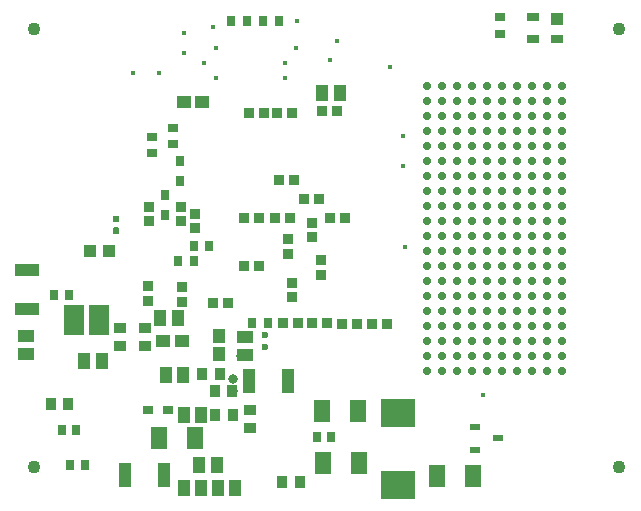
<source format=gbs>
G04*
G04 #@! TF.GenerationSoftware,Altium Limited,Altium Designer,25.6.2 (33)*
G04*
G04 Layer_Color=16711935*
%FSLAX25Y25*%
%MOIN*%
G70*
G04*
G04 #@! TF.SameCoordinates,D3077B53-F130-49B9-AE0B-FC42BD5CCE1B*
G04*
G04*
G04 #@! TF.FilePolarity,Negative*
G04*
G01*
G75*
%ADD18R,0.03543X0.03150*%
%ADD19R,0.03543X0.03150*%
%ADD23R,0.03197X0.02593*%
%ADD24R,0.02593X0.03197*%
%ADD31R,0.04331X0.08071*%
%ADD32R,0.08071X0.04331*%
%ADD38R,0.05142X0.04166*%
%ADD48R,0.03943X0.04337*%
%ADD50R,0.05518X0.04337*%
%ADD51R,0.03353X0.03747*%
%ADD52R,0.04337X0.05518*%
%ADD53R,0.03747X0.03353*%
%ADD54R,0.03550X0.04337*%
%ADD56R,0.02762X0.03550*%
%ADD58C,0.04337*%
%ADD59C,0.02362*%
%ADD60C,0.01778*%
%ADD61C,0.03162*%
%ADD75R,0.02953X0.03543*%
%ADD76R,0.03150X0.03543*%
%ADD77R,0.03740X0.02205*%
%ADD78R,0.06704X0.10261*%
%ADD79R,0.11417X0.09449*%
%ADD82R,0.04166X0.05142*%
%ADD84R,0.02362X0.01968*%
%ADD85C,0.02920*%
%ADD86R,0.04337X0.04337*%
%ADD87R,0.04337X0.02762*%
%ADD88R,0.05321X0.07487*%
%ADD89R,0.04337X0.03550*%
D18*
X166546Y130900D02*
D03*
X159853D02*
D03*
D19*
X277300Y256147D02*
D03*
Y262053D02*
D03*
D23*
X161285Y221822D02*
D03*
X168191Y219545D02*
D03*
X161285Y216493D02*
D03*
X168191Y224874D02*
D03*
D24*
X198136Y260700D02*
D03*
X193064D02*
D03*
X203464D02*
D03*
X187736D02*
D03*
D31*
X152304Y109265D02*
D03*
X206696Y140500D02*
D03*
X165296Y109265D02*
D03*
X193704Y140500D02*
D03*
D32*
X119700Y177696D02*
D03*
Y164704D02*
D03*
D38*
X171952Y233506D02*
D03*
X171155Y154000D02*
D03*
X178063Y233506D02*
D03*
X165045Y154000D02*
D03*
D48*
X140522Y183951D02*
D03*
X146821D02*
D03*
D50*
X192300Y155153D02*
D03*
X119300Y149747D02*
D03*
Y155653D02*
D03*
X192300Y149247D02*
D03*
D51*
X203500Y207500D02*
D03*
X224539Y159500D02*
D03*
X234539D02*
D03*
X207311Y195000D02*
D03*
X211839Y201299D02*
D03*
X222961Y230500D02*
D03*
X209961Y160000D02*
D03*
X192039Y179000D02*
D03*
X181539Y166500D02*
D03*
X192039Y195000D02*
D03*
X198461Y230000D02*
D03*
X225461Y195000D02*
D03*
X203039Y230000D02*
D03*
X219461Y160000D02*
D03*
X196961Y195000D02*
D03*
X202390D02*
D03*
X218039Y230500D02*
D03*
X193539Y230000D02*
D03*
X216760Y201299D02*
D03*
X229461Y159500D02*
D03*
X239461D02*
D03*
X205039Y160000D02*
D03*
X196961Y179000D02*
D03*
X186461Y166500D02*
D03*
X207961Y230000D02*
D03*
X220539Y195000D02*
D03*
X214539Y160000D02*
D03*
X208421Y207500D02*
D03*
D52*
X223953Y236500D02*
D03*
X183147Y105000D02*
D03*
X176916Y112700D02*
D03*
X177653Y105000D02*
D03*
X171747Y129200D02*
D03*
X165747Y142800D02*
D03*
X169753Y161500D02*
D03*
X138732Y147453D02*
D03*
X171747Y105000D02*
D03*
X177653Y129200D02*
D03*
X218047Y236500D02*
D03*
X163847Y161500D02*
D03*
X144638Y147453D02*
D03*
X189053Y105000D02*
D03*
X182821Y112700D02*
D03*
X171653Y142800D02*
D03*
D53*
X159809Y167305D02*
D03*
X171239Y167071D02*
D03*
X206500Y187961D02*
D03*
X208000Y168539D02*
D03*
X217500Y176039D02*
D03*
X170759Y193826D02*
D03*
X160236Y193839D02*
D03*
X175500Y191539D02*
D03*
X214500Y193461D02*
D03*
Y188539D02*
D03*
X170759Y198747D02*
D03*
X160236Y198760D02*
D03*
X159809Y172226D02*
D03*
X171239Y171993D02*
D03*
X175500Y196461D02*
D03*
X217500Y180961D02*
D03*
X208000Y173461D02*
D03*
X206500Y183039D02*
D03*
D54*
X210441Y107100D02*
D03*
X182247Y129200D02*
D03*
X182147Y137200D02*
D03*
X127447Y133000D02*
D03*
X177847Y142900D02*
D03*
X204535Y107100D02*
D03*
X188153Y129200D02*
D03*
X188053Y137200D02*
D03*
X183753Y142900D02*
D03*
X133353Y133000D02*
D03*
D56*
X128441Y169300D02*
D03*
X133559D02*
D03*
X175126Y180551D02*
D03*
X180401Y185551D02*
D03*
X199859Y160000D02*
D03*
X194741D02*
D03*
X175283Y185551D02*
D03*
X170008Y180551D02*
D03*
D58*
X122000Y112000D02*
D03*
Y258000D02*
D03*
X317000Y112000D02*
D03*
Y258000D02*
D03*
D59*
X198991Y152016D02*
D03*
Y155953D02*
D03*
D60*
X268000Y239000D02*
D03*
X288000Y159000D02*
D03*
X268000D02*
D03*
Y154000D02*
D03*
X298000Y234000D02*
D03*
X209146Y251724D02*
D03*
X220500Y247500D02*
D03*
X288000Y239000D02*
D03*
X293000Y159000D02*
D03*
X253000Y234000D02*
D03*
X268000D02*
D03*
X293000Y239000D02*
D03*
X198354Y260800D02*
D03*
X283000Y239000D02*
D03*
X298000D02*
D03*
X192947Y260800D02*
D03*
X283000Y234000D02*
D03*
X205476Y241724D02*
D03*
X240700Y245400D02*
D03*
X182476Y251724D02*
D03*
Y241724D02*
D03*
X133602Y169528D02*
D03*
X214299Y188701D02*
D03*
X273000Y239000D02*
D03*
X278000D02*
D03*
X177900Y129200D02*
D03*
X223064Y253900D02*
D03*
X154936Y243375D02*
D03*
X245000Y222461D02*
D03*
Y212461D02*
D03*
X245500Y185461D02*
D03*
X177900Y142943D02*
D03*
X258000Y229000D02*
D03*
X253000D02*
D03*
X258000Y224000D02*
D03*
X253000D02*
D03*
X258000Y219000D02*
D03*
X253000D02*
D03*
X172064Y250100D02*
D03*
X178476Y246724D02*
D03*
X205476D02*
D03*
X172064Y256800D02*
D03*
X263000Y229000D02*
D03*
X283000D02*
D03*
Y214000D02*
D03*
X278000D02*
D03*
X298000Y229000D02*
D03*
Y224000D02*
D03*
Y219000D02*
D03*
X288000D02*
D03*
X293000Y229000D02*
D03*
Y224000D02*
D03*
Y219000D02*
D03*
Y214000D02*
D03*
X288000Y229000D02*
D03*
Y214000D02*
D03*
Y224000D02*
D03*
X298000Y214000D02*
D03*
X263000Y224000D02*
D03*
X268000D02*
D03*
Y219000D02*
D03*
Y214000D02*
D03*
X263000Y219000D02*
D03*
X278000Y224000D02*
D03*
X273000D02*
D03*
Y219000D02*
D03*
Y214000D02*
D03*
X278000Y219000D02*
D03*
X258000Y234000D02*
D03*
X263000D02*
D03*
X273000D02*
D03*
X278000D02*
D03*
X288000D02*
D03*
X293000D02*
D03*
X149391Y194584D02*
D03*
X149388Y191437D02*
D03*
X163500Y243275D02*
D03*
X258000Y239000D02*
D03*
X253000D02*
D03*
X263000D02*
D03*
X271500Y136000D02*
D03*
X253000Y214000D02*
D03*
X258000D02*
D03*
X283000Y209000D02*
D03*
X288000D02*
D03*
X273000D02*
D03*
X278000D02*
D03*
X263000D02*
D03*
X268000D02*
D03*
X253000D02*
D03*
X258000D02*
D03*
X273000Y204000D02*
D03*
X278000D02*
D03*
X263000D02*
D03*
X268000D02*
D03*
X253000D02*
D03*
X258000D02*
D03*
X293000Y199000D02*
D03*
X298000D02*
D03*
X283000D02*
D03*
X288000D02*
D03*
X253000D02*
D03*
X258000D02*
D03*
X293000Y194000D02*
D03*
X298000D02*
D03*
X283000D02*
D03*
X288000D02*
D03*
X273000D02*
D03*
X278000D02*
D03*
X263000D02*
D03*
X268000D02*
D03*
X253000D02*
D03*
X258000D02*
D03*
X293000Y189000D02*
D03*
X298000D02*
D03*
X283000D02*
D03*
X288000D02*
D03*
X273000D02*
D03*
X278000D02*
D03*
X268000D02*
D03*
X263000Y214000D02*
D03*
Y189000D02*
D03*
X253000D02*
D03*
X258000D02*
D03*
X293000Y184000D02*
D03*
X298000D02*
D03*
X283000D02*
D03*
X288000D02*
D03*
X273000D02*
D03*
X278000D02*
D03*
X263000D02*
D03*
X268000D02*
D03*
X253000D02*
D03*
X258000D02*
D03*
X293000Y179000D02*
D03*
X298000D02*
D03*
X283000D02*
D03*
X288000D02*
D03*
X273000D02*
D03*
X278000D02*
D03*
X263000D02*
D03*
X268000D02*
D03*
X253000D02*
D03*
X258000D02*
D03*
X298000Y174000D02*
D03*
X293000D02*
D03*
X288000D02*
D03*
X263000D02*
D03*
X268000D02*
D03*
X253000D02*
D03*
X258000D02*
D03*
X298000Y169000D02*
D03*
X293000D02*
D03*
X283000D02*
D03*
X288000D02*
D03*
X273000D02*
D03*
X278000D02*
D03*
X263000D02*
D03*
X268000D02*
D03*
X253000D02*
D03*
X258000D02*
D03*
X293000Y164000D02*
D03*
X298000D02*
D03*
X283000D02*
D03*
X288000D02*
D03*
X268000D02*
D03*
X273000D02*
D03*
X258000D02*
D03*
X263000D02*
D03*
X298000Y159000D02*
D03*
X253000Y164000D02*
D03*
X278000Y159000D02*
D03*
X283000D02*
D03*
X273000D02*
D03*
X258000D02*
D03*
X263000D02*
D03*
X298000Y154000D02*
D03*
X253000Y159000D02*
D03*
X288000Y154000D02*
D03*
X293000D02*
D03*
X278000D02*
D03*
X283000D02*
D03*
X273000D02*
D03*
X258000D02*
D03*
X263000D02*
D03*
X253000D02*
D03*
X181700Y258600D02*
D03*
X209541Y260800D02*
D03*
X194741Y160000D02*
D03*
D61*
X191025Y148979D02*
D03*
X188200Y141300D02*
D03*
X188300Y137400D02*
D03*
X178063Y233506D02*
D03*
X188333Y129516D02*
D03*
D75*
X131171Y124216D02*
D03*
X134038Y112500D02*
D03*
X220962Y121900D02*
D03*
X138762Y112500D02*
D03*
X135895Y124216D02*
D03*
X216238Y121900D02*
D03*
D76*
X165472Y195884D02*
D03*
X170414Y214094D02*
D03*
Y207402D02*
D03*
X165472Y202577D02*
D03*
D77*
X268761Y125240D02*
D03*
Y117760D02*
D03*
X276439Y121500D02*
D03*
D78*
X135264Y161000D02*
D03*
X143536D02*
D03*
D79*
X243300Y130108D02*
D03*
Y106092D02*
D03*
D82*
X183600Y155655D02*
D03*
Y149545D02*
D03*
D84*
X149400Y194668D02*
D03*
Y190732D02*
D03*
D85*
X268000Y149000D02*
D03*
X258000D02*
D03*
X263000D02*
D03*
X253000D02*
D03*
X283000D02*
D03*
X273000D02*
D03*
X278000D02*
D03*
X288000D02*
D03*
X298000D02*
D03*
X293000D02*
D03*
X288000Y239000D02*
D03*
X298000Y234000D02*
D03*
X283000Y239000D02*
D03*
X253000Y154000D02*
D03*
X263000D02*
D03*
X258000D02*
D03*
X273000D02*
D03*
X268000D02*
D03*
X283000D02*
D03*
X278000D02*
D03*
X293000D02*
D03*
X288000D02*
D03*
X253000Y159000D02*
D03*
X298000Y154000D02*
D03*
X263000Y159000D02*
D03*
X258000D02*
D03*
X273000D02*
D03*
X268000D02*
D03*
X283000D02*
D03*
X278000D02*
D03*
X288000D02*
D03*
X293000D02*
D03*
X253000Y164000D02*
D03*
X298000Y159000D02*
D03*
X263000Y164000D02*
D03*
X258000D02*
D03*
X273000D02*
D03*
X268000D02*
D03*
X278000D02*
D03*
X288000D02*
D03*
X283000D02*
D03*
X298000D02*
D03*
X293000D02*
D03*
X258000Y169000D02*
D03*
X253000D02*
D03*
X268000D02*
D03*
X263000D02*
D03*
X278000D02*
D03*
X273000D02*
D03*
X288000D02*
D03*
X283000D02*
D03*
X293000D02*
D03*
X298000D02*
D03*
X258000Y174000D02*
D03*
X253000D02*
D03*
X268000D02*
D03*
X263000D02*
D03*
X278000D02*
D03*
X273000D02*
D03*
X288000D02*
D03*
X283000D02*
D03*
X293000D02*
D03*
X298000D02*
D03*
X258000Y179000D02*
D03*
X253000D02*
D03*
X268000D02*
D03*
X263000D02*
D03*
X278000D02*
D03*
X273000D02*
D03*
X288000D02*
D03*
X283000D02*
D03*
X298000D02*
D03*
X293000D02*
D03*
X258000Y184000D02*
D03*
X253000D02*
D03*
X268000D02*
D03*
X263000D02*
D03*
X278000D02*
D03*
X273000D02*
D03*
X288000D02*
D03*
X283000D02*
D03*
X298000D02*
D03*
X293000D02*
D03*
X258000Y189000D02*
D03*
X253000D02*
D03*
X263000D02*
D03*
Y214000D02*
D03*
X268000Y189000D02*
D03*
X278000D02*
D03*
X273000D02*
D03*
X288000D02*
D03*
X283000D02*
D03*
X298000D02*
D03*
X293000D02*
D03*
X258000Y194000D02*
D03*
X253000D02*
D03*
X268000D02*
D03*
X263000D02*
D03*
X278000D02*
D03*
X273000D02*
D03*
X288000D02*
D03*
X283000D02*
D03*
X298000D02*
D03*
X293000D02*
D03*
X258000Y199000D02*
D03*
X253000D02*
D03*
X268000D02*
D03*
X263000D02*
D03*
X278000D02*
D03*
X273000D02*
D03*
X288000D02*
D03*
X283000D02*
D03*
X298000D02*
D03*
X293000D02*
D03*
X258000Y204000D02*
D03*
X253000D02*
D03*
X268000D02*
D03*
X263000D02*
D03*
X278000D02*
D03*
X273000D02*
D03*
X288000D02*
D03*
X283000D02*
D03*
X298000D02*
D03*
X293000D02*
D03*
X258000Y209000D02*
D03*
X253000D02*
D03*
X268000D02*
D03*
X263000D02*
D03*
X278000D02*
D03*
X273000D02*
D03*
X288000D02*
D03*
X283000D02*
D03*
X298000D02*
D03*
X293000D02*
D03*
X258000Y214000D02*
D03*
X253000D02*
D03*
X293000Y239000D02*
D03*
X298000D02*
D03*
X263000D02*
D03*
X253000D02*
D03*
X258000D02*
D03*
X268000D02*
D03*
X293000Y234000D02*
D03*
X288000D02*
D03*
X278000D02*
D03*
X273000D02*
D03*
X268000D02*
D03*
X263000D02*
D03*
X258000D02*
D03*
X253000D02*
D03*
X278000Y219000D02*
D03*
X273000Y214000D02*
D03*
Y219000D02*
D03*
Y224000D02*
D03*
Y229000D02*
D03*
X278000Y224000D02*
D03*
X263000Y219000D02*
D03*
X268000Y214000D02*
D03*
Y219000D02*
D03*
Y224000D02*
D03*
Y229000D02*
D03*
X263000Y224000D02*
D03*
X298000Y214000D02*
D03*
X288000Y224000D02*
D03*
Y214000D02*
D03*
Y229000D02*
D03*
X293000Y214000D02*
D03*
Y219000D02*
D03*
Y224000D02*
D03*
Y229000D02*
D03*
X288000Y219000D02*
D03*
X298000D02*
D03*
Y224000D02*
D03*
Y229000D02*
D03*
X278000Y214000D02*
D03*
X283000D02*
D03*
Y219000D02*
D03*
Y224000D02*
D03*
Y229000D02*
D03*
Y234000D02*
D03*
X263000Y229000D02*
D03*
X278000D02*
D03*
X253000Y219000D02*
D03*
X258000D02*
D03*
X253000Y224000D02*
D03*
X258000D02*
D03*
X253000Y229000D02*
D03*
X258000D02*
D03*
X273000Y144000D02*
D03*
X268000D02*
D03*
X263000D02*
D03*
X258000D02*
D03*
X253000D02*
D03*
X278000D02*
D03*
X283000D02*
D03*
X288000D02*
D03*
X298000D02*
D03*
X293000D02*
D03*
X278000Y239000D02*
D03*
X273000D02*
D03*
D86*
X296237Y261253D02*
D03*
D87*
X288363Y254560D02*
D03*
X296237D02*
D03*
X288363Y262040D02*
D03*
D88*
X175636Y121600D02*
D03*
X256096Y108900D02*
D03*
X230004Y130500D02*
D03*
X230104Y113300D02*
D03*
X268104Y108900D02*
D03*
X217996Y130500D02*
D03*
X163628Y121600D02*
D03*
X218096Y113300D02*
D03*
D89*
X158834Y158210D02*
D03*
X150566D02*
D03*
X193750Y130953D02*
D03*
X150566Y152305D02*
D03*
X158834D02*
D03*
X193750Y125047D02*
D03*
M02*

</source>
